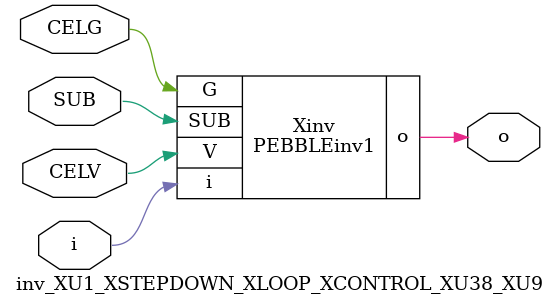
<source format=v>



module PEBBLEinv1 ( o, G, SUB, V, i );

  input V;
  input i;
  input G;
  output o;
  input SUB;
endmodule

//Celera Confidential Do Not Copy inv_XU1_XSTEPDOWN_XLOOP_XCONTROL_XU38_XU9
//Celera Confidential Symbol Generator
//5V Inverter
module inv_XU1_XSTEPDOWN_XLOOP_XCONTROL_XU38_XU9 (CELV,CELG,i,o,SUB);
input CELV;
input CELG;
input i;
input SUB;
output o;

//Celera Confidential Do Not Copy inv
PEBBLEinv1 Xinv(
.V (CELV),
.i (i),
.o (o),
.SUB (SUB),
.G (CELG)
);
//,diesize,PEBBLEinv1

//Celera Confidential Do Not Copy Module End
//Celera Schematic Generator
endmodule

</source>
